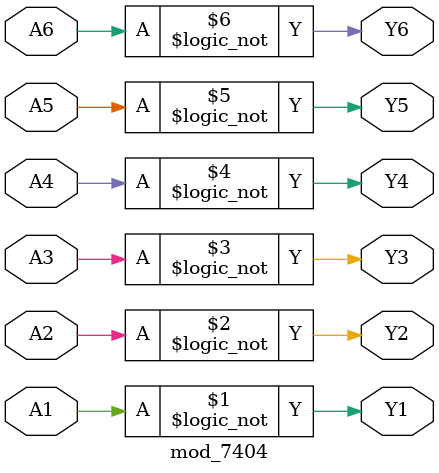
<source format=v>
module mod_7404 (
	input A1, output Y1,
	input A2, output Y2,
	input A3, output Y3,
	input A4, output Y4,
	input A5, output Y5,
	input A6, output Y6
);
	assign Y1 = !A1;
	assign Y2 = !A2;
	assign Y3 = !A3;
	assign Y4 = !A4;
	assign Y5 = !A5;
	assign Y6 = !A6;
endmodule

</source>
